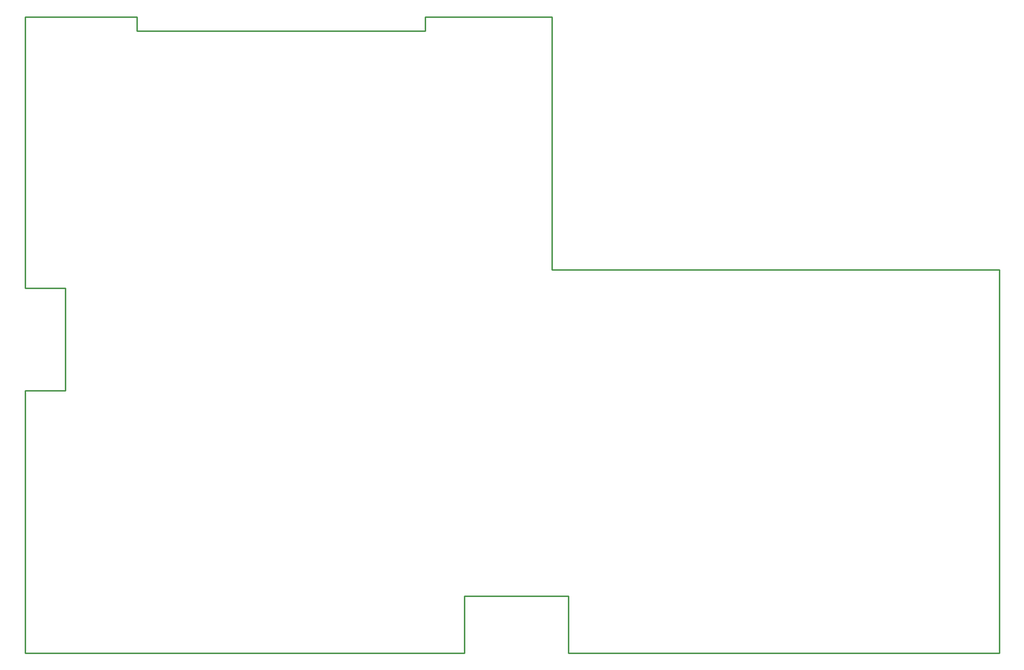
<source format=gbr>
G04 EAGLE Gerber RS-274X export*
G75*
%MOMM*%
%FSLAX34Y34*%
%LPD*%
%IN*%
%IPPOS*%
%AMOC8*
5,1,8,0,0,1.08239X$1,22.5*%
G01*
G04 Define Apertures*
%ADD10C,0.254000*%
D10*
X0Y0D02*
X769000Y0D01*
X769000Y100000D01*
X951000Y100000D01*
X951000Y0D01*
X1705000Y0D01*
X1705000Y672000D01*
X922000Y672000D01*
X922000Y1115000D01*
X700000Y1115000D01*
X700000Y1090000D01*
X195811Y1090000D01*
X195811Y1115000D01*
X0Y1115000D01*
X0Y640000D01*
X70000Y640000D01*
X70000Y460000D01*
X0Y460000D01*
X0Y0D01*
M02*

</source>
